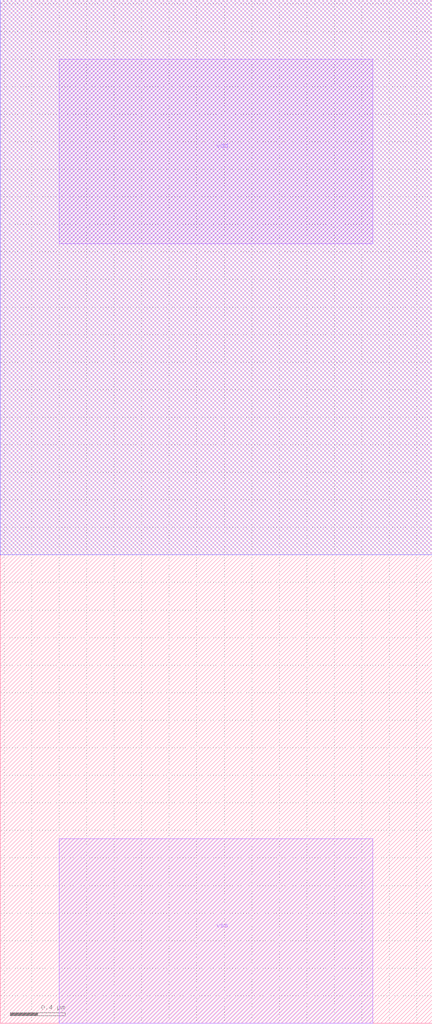
<source format=lef>
VERSION 5.7 ;
  NOWIREEXTENSIONATPIN ON ;
  DIVIDERCHAR "/" ;
  BUSBITCHARS "[]" ;
MACRO fill_w2
  CLASS BLOCK ;
  FOREIGN fill_w2 ;
  ORIGIN 0.430 0.000 ;
  SIZE 3.140 BY 7.430 ;
  PIN vdd
    PORT
      LAYER Metal1 ;
        RECT 0.000 5.660 2.280 7.000 ;
    END
  END vdd
  PIN vss
    PORT
      LAYER Metal1 ;
        RECT 0.000 0.000 2.280 1.340 ;
    END
  END vss
  OBS
      LAYER Nwell ;
        RECT -0.430 3.400 2.710 7.430 ;
  END
END fill_w2
END LIBRARY


</source>
